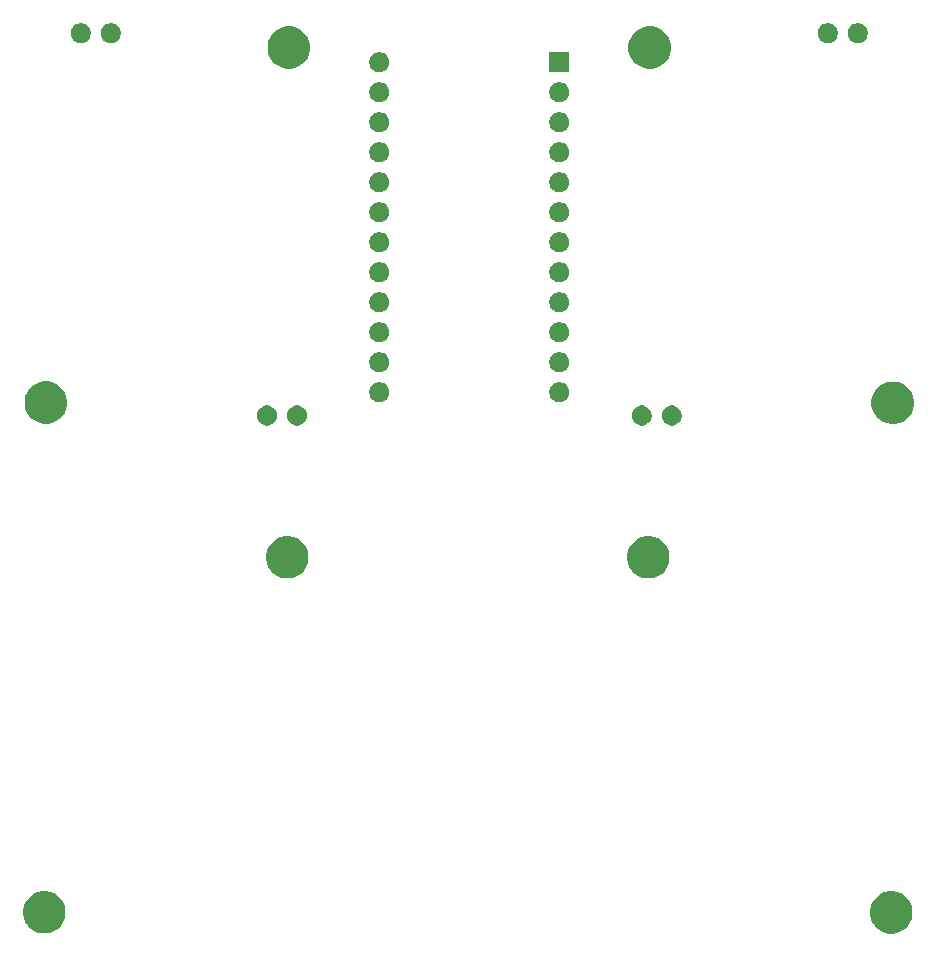
<source format=gbr>
G04 #@! TF.GenerationSoftware,KiCad,Pcbnew,5.0.2+dfsg1-1~bpo9+1*
G04 #@! TF.CreationDate,2019-06-02T18:57:07+01:00*
G04 #@! TF.ProjectId,ds_button_gamepad,64735f62-7574-4746-9f6e-5f67616d6570,rev?*
G04 #@! TF.SameCoordinates,Original*
G04 #@! TF.FileFunction,Soldermask,Bot*
G04 #@! TF.FilePolarity,Negative*
%FSLAX46Y46*%
G04 Gerber Fmt 4.6, Leading zero omitted, Abs format (unit mm)*
G04 Created by KiCad (PCBNEW 5.0.2+dfsg1-1~bpo9+1) date Sun 02 Jun 2019 18:57:07 BST*
%MOMM*%
%LPD*%
G01*
G04 APERTURE LIST*
%ADD10C,0.100000*%
G04 APERTURE END LIST*
D10*
G36*
X128820731Y-127224011D02*
X129148492Y-127359774D01*
X129443473Y-127556874D01*
X129694326Y-127807727D01*
X129891426Y-128102708D01*
X130027189Y-128430469D01*
X130096400Y-128778416D01*
X130096400Y-129133184D01*
X130027189Y-129481131D01*
X129891426Y-129808892D01*
X129694326Y-130103873D01*
X129443473Y-130354726D01*
X129148492Y-130551826D01*
X128820731Y-130687589D01*
X128472784Y-130756800D01*
X128118016Y-130756800D01*
X127770069Y-130687589D01*
X127442308Y-130551826D01*
X127147327Y-130354726D01*
X126896474Y-130103873D01*
X126699374Y-129808892D01*
X126563611Y-129481131D01*
X126494400Y-129133184D01*
X126494400Y-128778416D01*
X126563611Y-128430469D01*
X126699374Y-128102708D01*
X126896474Y-127807727D01*
X127147327Y-127556874D01*
X127442308Y-127359774D01*
X127770069Y-127224011D01*
X128118016Y-127154800D01*
X128472784Y-127154800D01*
X128820731Y-127224011D01*
X128820731Y-127224011D01*
G37*
G36*
X57116531Y-127211311D02*
X57444292Y-127347074D01*
X57739273Y-127544174D01*
X57990126Y-127795027D01*
X58187226Y-128090008D01*
X58322989Y-128417769D01*
X58392200Y-128765716D01*
X58392200Y-129120484D01*
X58322989Y-129468431D01*
X58187226Y-129796192D01*
X57990126Y-130091173D01*
X57739273Y-130342026D01*
X57444292Y-130539126D01*
X57116531Y-130674889D01*
X56768584Y-130744100D01*
X56413816Y-130744100D01*
X56065869Y-130674889D01*
X55738108Y-130539126D01*
X55443127Y-130342026D01*
X55192274Y-130091173D01*
X54995174Y-129796192D01*
X54859411Y-129468431D01*
X54790200Y-129120484D01*
X54790200Y-128765716D01*
X54859411Y-128417769D01*
X54995174Y-128090008D01*
X55192274Y-127795027D01*
X55443127Y-127544174D01*
X55738108Y-127347074D01*
X56065869Y-127211311D01*
X56413816Y-127142100D01*
X56768584Y-127142100D01*
X57116531Y-127211311D01*
X57116531Y-127211311D01*
G37*
G36*
X77690531Y-97150411D02*
X78018292Y-97286174D01*
X78313273Y-97483274D01*
X78564126Y-97734127D01*
X78761226Y-98029108D01*
X78896989Y-98356869D01*
X78966200Y-98704816D01*
X78966200Y-99059584D01*
X78896989Y-99407531D01*
X78761226Y-99735292D01*
X78564126Y-100030273D01*
X78313273Y-100281126D01*
X78018292Y-100478226D01*
X77690531Y-100613989D01*
X77342584Y-100683200D01*
X76987816Y-100683200D01*
X76639869Y-100613989D01*
X76312108Y-100478226D01*
X76017127Y-100281126D01*
X75766274Y-100030273D01*
X75569174Y-99735292D01*
X75433411Y-99407531D01*
X75364200Y-99059584D01*
X75364200Y-98704816D01*
X75433411Y-98356869D01*
X75569174Y-98029108D01*
X75766274Y-97734127D01*
X76017127Y-97483274D01*
X76312108Y-97286174D01*
X76639869Y-97150411D01*
X76987816Y-97081200D01*
X77342584Y-97081200D01*
X77690531Y-97150411D01*
X77690531Y-97150411D01*
G37*
G36*
X108246731Y-97150411D02*
X108574492Y-97286174D01*
X108869473Y-97483274D01*
X109120326Y-97734127D01*
X109317426Y-98029108D01*
X109453189Y-98356869D01*
X109522400Y-98704816D01*
X109522400Y-99059584D01*
X109453189Y-99407531D01*
X109317426Y-99735292D01*
X109120326Y-100030273D01*
X108869473Y-100281126D01*
X108574492Y-100478226D01*
X108246731Y-100613989D01*
X107898784Y-100683200D01*
X107544016Y-100683200D01*
X107196069Y-100613989D01*
X106868308Y-100478226D01*
X106573327Y-100281126D01*
X106322474Y-100030273D01*
X106125374Y-99735292D01*
X105989611Y-99407531D01*
X105920400Y-99059584D01*
X105920400Y-98704816D01*
X105989611Y-98356869D01*
X106125374Y-98029108D01*
X106322474Y-97734127D01*
X106573327Y-97483274D01*
X106868308Y-97286174D01*
X107196069Y-97150411D01*
X107544016Y-97081200D01*
X107898784Y-97081200D01*
X108246731Y-97150411D01*
X108246731Y-97150411D01*
G37*
G36*
X107423528Y-86075103D02*
X107578400Y-86139253D01*
X107717781Y-86232385D01*
X107836315Y-86350919D01*
X107929447Y-86490300D01*
X107993597Y-86645172D01*
X108026300Y-86809584D01*
X108026300Y-86977216D01*
X107993597Y-87141628D01*
X107929447Y-87296500D01*
X107836315Y-87435881D01*
X107717781Y-87554415D01*
X107578400Y-87647547D01*
X107423528Y-87711697D01*
X107259116Y-87744400D01*
X107091484Y-87744400D01*
X106927072Y-87711697D01*
X106772200Y-87647547D01*
X106632819Y-87554415D01*
X106514285Y-87435881D01*
X106421153Y-87296500D01*
X106357003Y-87141628D01*
X106324300Y-86977216D01*
X106324300Y-86809584D01*
X106357003Y-86645172D01*
X106421153Y-86490300D01*
X106514285Y-86350919D01*
X106632819Y-86232385D01*
X106772200Y-86139253D01*
X106927072Y-86075103D01*
X107091484Y-86042400D01*
X107259116Y-86042400D01*
X107423528Y-86075103D01*
X107423528Y-86075103D01*
G37*
G36*
X109963528Y-86075103D02*
X110118400Y-86139253D01*
X110257781Y-86232385D01*
X110376315Y-86350919D01*
X110469447Y-86490300D01*
X110533597Y-86645172D01*
X110566300Y-86809584D01*
X110566300Y-86977216D01*
X110533597Y-87141628D01*
X110469447Y-87296500D01*
X110376315Y-87435881D01*
X110257781Y-87554415D01*
X110118400Y-87647547D01*
X109963528Y-87711697D01*
X109799116Y-87744400D01*
X109631484Y-87744400D01*
X109467072Y-87711697D01*
X109312200Y-87647547D01*
X109172819Y-87554415D01*
X109054285Y-87435881D01*
X108961153Y-87296500D01*
X108897003Y-87141628D01*
X108864300Y-86977216D01*
X108864300Y-86809584D01*
X108897003Y-86645172D01*
X108961153Y-86490300D01*
X109054285Y-86350919D01*
X109172819Y-86232385D01*
X109312200Y-86139253D01*
X109467072Y-86075103D01*
X109631484Y-86042400D01*
X109799116Y-86042400D01*
X109963528Y-86075103D01*
X109963528Y-86075103D01*
G37*
G36*
X78251628Y-86075103D02*
X78406500Y-86139253D01*
X78545881Y-86232385D01*
X78664415Y-86350919D01*
X78757547Y-86490300D01*
X78821697Y-86645172D01*
X78854400Y-86809584D01*
X78854400Y-86977216D01*
X78821697Y-87141628D01*
X78757547Y-87296500D01*
X78664415Y-87435881D01*
X78545881Y-87554415D01*
X78406500Y-87647547D01*
X78251628Y-87711697D01*
X78087216Y-87744400D01*
X77919584Y-87744400D01*
X77755172Y-87711697D01*
X77600300Y-87647547D01*
X77460919Y-87554415D01*
X77342385Y-87435881D01*
X77249253Y-87296500D01*
X77185103Y-87141628D01*
X77152400Y-86977216D01*
X77152400Y-86809584D01*
X77185103Y-86645172D01*
X77249253Y-86490300D01*
X77342385Y-86350919D01*
X77460919Y-86232385D01*
X77600300Y-86139253D01*
X77755172Y-86075103D01*
X77919584Y-86042400D01*
X78087216Y-86042400D01*
X78251628Y-86075103D01*
X78251628Y-86075103D01*
G37*
G36*
X75711628Y-86075103D02*
X75866500Y-86139253D01*
X76005881Y-86232385D01*
X76124415Y-86350919D01*
X76217547Y-86490300D01*
X76281697Y-86645172D01*
X76314400Y-86809584D01*
X76314400Y-86977216D01*
X76281697Y-87141628D01*
X76217547Y-87296500D01*
X76124415Y-87435881D01*
X76005881Y-87554415D01*
X75866500Y-87647547D01*
X75711628Y-87711697D01*
X75547216Y-87744400D01*
X75379584Y-87744400D01*
X75215172Y-87711697D01*
X75060300Y-87647547D01*
X74920919Y-87554415D01*
X74802385Y-87435881D01*
X74709253Y-87296500D01*
X74645103Y-87141628D01*
X74612400Y-86977216D01*
X74612400Y-86809584D01*
X74645103Y-86645172D01*
X74709253Y-86490300D01*
X74802385Y-86350919D01*
X74920919Y-86232385D01*
X75060300Y-86139253D01*
X75215172Y-86075103D01*
X75379584Y-86042400D01*
X75547216Y-86042400D01*
X75711628Y-86075103D01*
X75711628Y-86075103D01*
G37*
G36*
X128960431Y-84082111D02*
X129288192Y-84217874D01*
X129583173Y-84414974D01*
X129834026Y-84665827D01*
X130031126Y-84960808D01*
X130166889Y-85288569D01*
X130236100Y-85636516D01*
X130236100Y-85991284D01*
X130166889Y-86339231D01*
X130031126Y-86666992D01*
X129834026Y-86961973D01*
X129583173Y-87212826D01*
X129288192Y-87409926D01*
X128960431Y-87545689D01*
X128612484Y-87614900D01*
X128257716Y-87614900D01*
X127909769Y-87545689D01*
X127582008Y-87409926D01*
X127287027Y-87212826D01*
X127036174Y-86961973D01*
X126839074Y-86666992D01*
X126703311Y-86339231D01*
X126634100Y-85991284D01*
X126634100Y-85636516D01*
X126703311Y-85288569D01*
X126839074Y-84960808D01*
X127036174Y-84665827D01*
X127287027Y-84414974D01*
X127582008Y-84217874D01*
X127909769Y-84082111D01*
X128257716Y-84012900D01*
X128612484Y-84012900D01*
X128960431Y-84082111D01*
X128960431Y-84082111D01*
G37*
G36*
X57256231Y-84069411D02*
X57583992Y-84205174D01*
X57878973Y-84402274D01*
X58129826Y-84653127D01*
X58326926Y-84948108D01*
X58462689Y-85275869D01*
X58531900Y-85623816D01*
X58531900Y-85978584D01*
X58462689Y-86326531D01*
X58326926Y-86654292D01*
X58129826Y-86949273D01*
X57878973Y-87200126D01*
X57583992Y-87397226D01*
X57256231Y-87532989D01*
X56908284Y-87602200D01*
X56553516Y-87602200D01*
X56205569Y-87532989D01*
X55877808Y-87397226D01*
X55582827Y-87200126D01*
X55331974Y-86949273D01*
X55134874Y-86654292D01*
X54999111Y-86326531D01*
X54929900Y-85978584D01*
X54929900Y-85623816D01*
X54999111Y-85275869D01*
X55134874Y-84948108D01*
X55331974Y-84653127D01*
X55582827Y-84402274D01*
X55877808Y-84205174D01*
X56205569Y-84069411D01*
X56553516Y-84000200D01*
X56908284Y-84000200D01*
X57256231Y-84069411D01*
X57256231Y-84069411D01*
G37*
G36*
X100451228Y-84106603D02*
X100606100Y-84170753D01*
X100745481Y-84263885D01*
X100864015Y-84382419D01*
X100957147Y-84521800D01*
X101021297Y-84676672D01*
X101054000Y-84841084D01*
X101054000Y-85008716D01*
X101021297Y-85173128D01*
X100957147Y-85328000D01*
X100864015Y-85467381D01*
X100745481Y-85585915D01*
X100606100Y-85679047D01*
X100451228Y-85743197D01*
X100286816Y-85775900D01*
X100119184Y-85775900D01*
X99954772Y-85743197D01*
X99799900Y-85679047D01*
X99660519Y-85585915D01*
X99541985Y-85467381D01*
X99448853Y-85328000D01*
X99384703Y-85173128D01*
X99352000Y-85008716D01*
X99352000Y-84841084D01*
X99384703Y-84676672D01*
X99448853Y-84521800D01*
X99541985Y-84382419D01*
X99660519Y-84263885D01*
X99799900Y-84170753D01*
X99954772Y-84106603D01*
X100119184Y-84073900D01*
X100286816Y-84073900D01*
X100451228Y-84106603D01*
X100451228Y-84106603D01*
G37*
G36*
X85211228Y-84106603D02*
X85366100Y-84170753D01*
X85505481Y-84263885D01*
X85624015Y-84382419D01*
X85717147Y-84521800D01*
X85781297Y-84676672D01*
X85814000Y-84841084D01*
X85814000Y-85008716D01*
X85781297Y-85173128D01*
X85717147Y-85328000D01*
X85624015Y-85467381D01*
X85505481Y-85585915D01*
X85366100Y-85679047D01*
X85211228Y-85743197D01*
X85046816Y-85775900D01*
X84879184Y-85775900D01*
X84714772Y-85743197D01*
X84559900Y-85679047D01*
X84420519Y-85585915D01*
X84301985Y-85467381D01*
X84208853Y-85328000D01*
X84144703Y-85173128D01*
X84112000Y-85008716D01*
X84112000Y-84841084D01*
X84144703Y-84676672D01*
X84208853Y-84521800D01*
X84301985Y-84382419D01*
X84420519Y-84263885D01*
X84559900Y-84170753D01*
X84714772Y-84106603D01*
X84879184Y-84073900D01*
X85046816Y-84073900D01*
X85211228Y-84106603D01*
X85211228Y-84106603D01*
G37*
G36*
X85211228Y-81566603D02*
X85366100Y-81630753D01*
X85505481Y-81723885D01*
X85624015Y-81842419D01*
X85717147Y-81981800D01*
X85781297Y-82136672D01*
X85814000Y-82301084D01*
X85814000Y-82468716D01*
X85781297Y-82633128D01*
X85717147Y-82788000D01*
X85624015Y-82927381D01*
X85505481Y-83045915D01*
X85366100Y-83139047D01*
X85211228Y-83203197D01*
X85046816Y-83235900D01*
X84879184Y-83235900D01*
X84714772Y-83203197D01*
X84559900Y-83139047D01*
X84420519Y-83045915D01*
X84301985Y-82927381D01*
X84208853Y-82788000D01*
X84144703Y-82633128D01*
X84112000Y-82468716D01*
X84112000Y-82301084D01*
X84144703Y-82136672D01*
X84208853Y-81981800D01*
X84301985Y-81842419D01*
X84420519Y-81723885D01*
X84559900Y-81630753D01*
X84714772Y-81566603D01*
X84879184Y-81533900D01*
X85046816Y-81533900D01*
X85211228Y-81566603D01*
X85211228Y-81566603D01*
G37*
G36*
X100451228Y-81566603D02*
X100606100Y-81630753D01*
X100745481Y-81723885D01*
X100864015Y-81842419D01*
X100957147Y-81981800D01*
X101021297Y-82136672D01*
X101054000Y-82301084D01*
X101054000Y-82468716D01*
X101021297Y-82633128D01*
X100957147Y-82788000D01*
X100864015Y-82927381D01*
X100745481Y-83045915D01*
X100606100Y-83139047D01*
X100451228Y-83203197D01*
X100286816Y-83235900D01*
X100119184Y-83235900D01*
X99954772Y-83203197D01*
X99799900Y-83139047D01*
X99660519Y-83045915D01*
X99541985Y-82927381D01*
X99448853Y-82788000D01*
X99384703Y-82633128D01*
X99352000Y-82468716D01*
X99352000Y-82301084D01*
X99384703Y-82136672D01*
X99448853Y-81981800D01*
X99541985Y-81842419D01*
X99660519Y-81723885D01*
X99799900Y-81630753D01*
X99954772Y-81566603D01*
X100119184Y-81533900D01*
X100286816Y-81533900D01*
X100451228Y-81566603D01*
X100451228Y-81566603D01*
G37*
G36*
X100451228Y-79026603D02*
X100606100Y-79090753D01*
X100745481Y-79183885D01*
X100864015Y-79302419D01*
X100957147Y-79441800D01*
X101021297Y-79596672D01*
X101054000Y-79761084D01*
X101054000Y-79928716D01*
X101021297Y-80093128D01*
X100957147Y-80248000D01*
X100864015Y-80387381D01*
X100745481Y-80505915D01*
X100606100Y-80599047D01*
X100451228Y-80663197D01*
X100286816Y-80695900D01*
X100119184Y-80695900D01*
X99954772Y-80663197D01*
X99799900Y-80599047D01*
X99660519Y-80505915D01*
X99541985Y-80387381D01*
X99448853Y-80248000D01*
X99384703Y-80093128D01*
X99352000Y-79928716D01*
X99352000Y-79761084D01*
X99384703Y-79596672D01*
X99448853Y-79441800D01*
X99541985Y-79302419D01*
X99660519Y-79183885D01*
X99799900Y-79090753D01*
X99954772Y-79026603D01*
X100119184Y-78993900D01*
X100286816Y-78993900D01*
X100451228Y-79026603D01*
X100451228Y-79026603D01*
G37*
G36*
X85211228Y-79026603D02*
X85366100Y-79090753D01*
X85505481Y-79183885D01*
X85624015Y-79302419D01*
X85717147Y-79441800D01*
X85781297Y-79596672D01*
X85814000Y-79761084D01*
X85814000Y-79928716D01*
X85781297Y-80093128D01*
X85717147Y-80248000D01*
X85624015Y-80387381D01*
X85505481Y-80505915D01*
X85366100Y-80599047D01*
X85211228Y-80663197D01*
X85046816Y-80695900D01*
X84879184Y-80695900D01*
X84714772Y-80663197D01*
X84559900Y-80599047D01*
X84420519Y-80505915D01*
X84301985Y-80387381D01*
X84208853Y-80248000D01*
X84144703Y-80093128D01*
X84112000Y-79928716D01*
X84112000Y-79761084D01*
X84144703Y-79596672D01*
X84208853Y-79441800D01*
X84301985Y-79302419D01*
X84420519Y-79183885D01*
X84559900Y-79090753D01*
X84714772Y-79026603D01*
X84879184Y-78993900D01*
X85046816Y-78993900D01*
X85211228Y-79026603D01*
X85211228Y-79026603D01*
G37*
G36*
X100451228Y-76486603D02*
X100606100Y-76550753D01*
X100745481Y-76643885D01*
X100864015Y-76762419D01*
X100957147Y-76901800D01*
X101021297Y-77056672D01*
X101054000Y-77221084D01*
X101054000Y-77388716D01*
X101021297Y-77553128D01*
X100957147Y-77708000D01*
X100864015Y-77847381D01*
X100745481Y-77965915D01*
X100606100Y-78059047D01*
X100451228Y-78123197D01*
X100286816Y-78155900D01*
X100119184Y-78155900D01*
X99954772Y-78123197D01*
X99799900Y-78059047D01*
X99660519Y-77965915D01*
X99541985Y-77847381D01*
X99448853Y-77708000D01*
X99384703Y-77553128D01*
X99352000Y-77388716D01*
X99352000Y-77221084D01*
X99384703Y-77056672D01*
X99448853Y-76901800D01*
X99541985Y-76762419D01*
X99660519Y-76643885D01*
X99799900Y-76550753D01*
X99954772Y-76486603D01*
X100119184Y-76453900D01*
X100286816Y-76453900D01*
X100451228Y-76486603D01*
X100451228Y-76486603D01*
G37*
G36*
X85211228Y-76486603D02*
X85366100Y-76550753D01*
X85505481Y-76643885D01*
X85624015Y-76762419D01*
X85717147Y-76901800D01*
X85781297Y-77056672D01*
X85814000Y-77221084D01*
X85814000Y-77388716D01*
X85781297Y-77553128D01*
X85717147Y-77708000D01*
X85624015Y-77847381D01*
X85505481Y-77965915D01*
X85366100Y-78059047D01*
X85211228Y-78123197D01*
X85046816Y-78155900D01*
X84879184Y-78155900D01*
X84714772Y-78123197D01*
X84559900Y-78059047D01*
X84420519Y-77965915D01*
X84301985Y-77847381D01*
X84208853Y-77708000D01*
X84144703Y-77553128D01*
X84112000Y-77388716D01*
X84112000Y-77221084D01*
X84144703Y-77056672D01*
X84208853Y-76901800D01*
X84301985Y-76762419D01*
X84420519Y-76643885D01*
X84559900Y-76550753D01*
X84714772Y-76486603D01*
X84879184Y-76453900D01*
X85046816Y-76453900D01*
X85211228Y-76486603D01*
X85211228Y-76486603D01*
G37*
G36*
X85211228Y-73946603D02*
X85366100Y-74010753D01*
X85505481Y-74103885D01*
X85624015Y-74222419D01*
X85717147Y-74361800D01*
X85781297Y-74516672D01*
X85814000Y-74681084D01*
X85814000Y-74848716D01*
X85781297Y-75013128D01*
X85717147Y-75168000D01*
X85624015Y-75307381D01*
X85505481Y-75425915D01*
X85366100Y-75519047D01*
X85211228Y-75583197D01*
X85046816Y-75615900D01*
X84879184Y-75615900D01*
X84714772Y-75583197D01*
X84559900Y-75519047D01*
X84420519Y-75425915D01*
X84301985Y-75307381D01*
X84208853Y-75168000D01*
X84144703Y-75013128D01*
X84112000Y-74848716D01*
X84112000Y-74681084D01*
X84144703Y-74516672D01*
X84208853Y-74361800D01*
X84301985Y-74222419D01*
X84420519Y-74103885D01*
X84559900Y-74010753D01*
X84714772Y-73946603D01*
X84879184Y-73913900D01*
X85046816Y-73913900D01*
X85211228Y-73946603D01*
X85211228Y-73946603D01*
G37*
G36*
X100451228Y-73946603D02*
X100606100Y-74010753D01*
X100745481Y-74103885D01*
X100864015Y-74222419D01*
X100957147Y-74361800D01*
X101021297Y-74516672D01*
X101054000Y-74681084D01*
X101054000Y-74848716D01*
X101021297Y-75013128D01*
X100957147Y-75168000D01*
X100864015Y-75307381D01*
X100745481Y-75425915D01*
X100606100Y-75519047D01*
X100451228Y-75583197D01*
X100286816Y-75615900D01*
X100119184Y-75615900D01*
X99954772Y-75583197D01*
X99799900Y-75519047D01*
X99660519Y-75425915D01*
X99541985Y-75307381D01*
X99448853Y-75168000D01*
X99384703Y-75013128D01*
X99352000Y-74848716D01*
X99352000Y-74681084D01*
X99384703Y-74516672D01*
X99448853Y-74361800D01*
X99541985Y-74222419D01*
X99660519Y-74103885D01*
X99799900Y-74010753D01*
X99954772Y-73946603D01*
X100119184Y-73913900D01*
X100286816Y-73913900D01*
X100451228Y-73946603D01*
X100451228Y-73946603D01*
G37*
G36*
X85211228Y-71406603D02*
X85366100Y-71470753D01*
X85505481Y-71563885D01*
X85624015Y-71682419D01*
X85717147Y-71821800D01*
X85781297Y-71976672D01*
X85814000Y-72141084D01*
X85814000Y-72308716D01*
X85781297Y-72473128D01*
X85717147Y-72628000D01*
X85624015Y-72767381D01*
X85505481Y-72885915D01*
X85366100Y-72979047D01*
X85211228Y-73043197D01*
X85046816Y-73075900D01*
X84879184Y-73075900D01*
X84714772Y-73043197D01*
X84559900Y-72979047D01*
X84420519Y-72885915D01*
X84301985Y-72767381D01*
X84208853Y-72628000D01*
X84144703Y-72473128D01*
X84112000Y-72308716D01*
X84112000Y-72141084D01*
X84144703Y-71976672D01*
X84208853Y-71821800D01*
X84301985Y-71682419D01*
X84420519Y-71563885D01*
X84559900Y-71470753D01*
X84714772Y-71406603D01*
X84879184Y-71373900D01*
X85046816Y-71373900D01*
X85211228Y-71406603D01*
X85211228Y-71406603D01*
G37*
G36*
X100451228Y-71406603D02*
X100606100Y-71470753D01*
X100745481Y-71563885D01*
X100864015Y-71682419D01*
X100957147Y-71821800D01*
X101021297Y-71976672D01*
X101054000Y-72141084D01*
X101054000Y-72308716D01*
X101021297Y-72473128D01*
X100957147Y-72628000D01*
X100864015Y-72767381D01*
X100745481Y-72885915D01*
X100606100Y-72979047D01*
X100451228Y-73043197D01*
X100286816Y-73075900D01*
X100119184Y-73075900D01*
X99954772Y-73043197D01*
X99799900Y-72979047D01*
X99660519Y-72885915D01*
X99541985Y-72767381D01*
X99448853Y-72628000D01*
X99384703Y-72473128D01*
X99352000Y-72308716D01*
X99352000Y-72141084D01*
X99384703Y-71976672D01*
X99448853Y-71821800D01*
X99541985Y-71682419D01*
X99660519Y-71563885D01*
X99799900Y-71470753D01*
X99954772Y-71406603D01*
X100119184Y-71373900D01*
X100286816Y-71373900D01*
X100451228Y-71406603D01*
X100451228Y-71406603D01*
G37*
G36*
X85211228Y-68866603D02*
X85366100Y-68930753D01*
X85505481Y-69023885D01*
X85624015Y-69142419D01*
X85717147Y-69281800D01*
X85781297Y-69436672D01*
X85814000Y-69601084D01*
X85814000Y-69768716D01*
X85781297Y-69933128D01*
X85717147Y-70088000D01*
X85624015Y-70227381D01*
X85505481Y-70345915D01*
X85366100Y-70439047D01*
X85211228Y-70503197D01*
X85046816Y-70535900D01*
X84879184Y-70535900D01*
X84714772Y-70503197D01*
X84559900Y-70439047D01*
X84420519Y-70345915D01*
X84301985Y-70227381D01*
X84208853Y-70088000D01*
X84144703Y-69933128D01*
X84112000Y-69768716D01*
X84112000Y-69601084D01*
X84144703Y-69436672D01*
X84208853Y-69281800D01*
X84301985Y-69142419D01*
X84420519Y-69023885D01*
X84559900Y-68930753D01*
X84714772Y-68866603D01*
X84879184Y-68833900D01*
X85046816Y-68833900D01*
X85211228Y-68866603D01*
X85211228Y-68866603D01*
G37*
G36*
X100451228Y-68866603D02*
X100606100Y-68930753D01*
X100745481Y-69023885D01*
X100864015Y-69142419D01*
X100957147Y-69281800D01*
X101021297Y-69436672D01*
X101054000Y-69601084D01*
X101054000Y-69768716D01*
X101021297Y-69933128D01*
X100957147Y-70088000D01*
X100864015Y-70227381D01*
X100745481Y-70345915D01*
X100606100Y-70439047D01*
X100451228Y-70503197D01*
X100286816Y-70535900D01*
X100119184Y-70535900D01*
X99954772Y-70503197D01*
X99799900Y-70439047D01*
X99660519Y-70345915D01*
X99541985Y-70227381D01*
X99448853Y-70088000D01*
X99384703Y-69933128D01*
X99352000Y-69768716D01*
X99352000Y-69601084D01*
X99384703Y-69436672D01*
X99448853Y-69281800D01*
X99541985Y-69142419D01*
X99660519Y-69023885D01*
X99799900Y-68930753D01*
X99954772Y-68866603D01*
X100119184Y-68833900D01*
X100286816Y-68833900D01*
X100451228Y-68866603D01*
X100451228Y-68866603D01*
G37*
G36*
X85211228Y-66326603D02*
X85366100Y-66390753D01*
X85505481Y-66483885D01*
X85624015Y-66602419D01*
X85717147Y-66741800D01*
X85781297Y-66896672D01*
X85814000Y-67061084D01*
X85814000Y-67228716D01*
X85781297Y-67393128D01*
X85717147Y-67548000D01*
X85624015Y-67687381D01*
X85505481Y-67805915D01*
X85366100Y-67899047D01*
X85211228Y-67963197D01*
X85046816Y-67995900D01*
X84879184Y-67995900D01*
X84714772Y-67963197D01*
X84559900Y-67899047D01*
X84420519Y-67805915D01*
X84301985Y-67687381D01*
X84208853Y-67548000D01*
X84144703Y-67393128D01*
X84112000Y-67228716D01*
X84112000Y-67061084D01*
X84144703Y-66896672D01*
X84208853Y-66741800D01*
X84301985Y-66602419D01*
X84420519Y-66483885D01*
X84559900Y-66390753D01*
X84714772Y-66326603D01*
X84879184Y-66293900D01*
X85046816Y-66293900D01*
X85211228Y-66326603D01*
X85211228Y-66326603D01*
G37*
G36*
X100451228Y-66326603D02*
X100606100Y-66390753D01*
X100745481Y-66483885D01*
X100864015Y-66602419D01*
X100957147Y-66741800D01*
X101021297Y-66896672D01*
X101054000Y-67061084D01*
X101054000Y-67228716D01*
X101021297Y-67393128D01*
X100957147Y-67548000D01*
X100864015Y-67687381D01*
X100745481Y-67805915D01*
X100606100Y-67899047D01*
X100451228Y-67963197D01*
X100286816Y-67995900D01*
X100119184Y-67995900D01*
X99954772Y-67963197D01*
X99799900Y-67899047D01*
X99660519Y-67805915D01*
X99541985Y-67687381D01*
X99448853Y-67548000D01*
X99384703Y-67393128D01*
X99352000Y-67228716D01*
X99352000Y-67061084D01*
X99384703Y-66896672D01*
X99448853Y-66741800D01*
X99541985Y-66602419D01*
X99660519Y-66483885D01*
X99799900Y-66390753D01*
X99954772Y-66326603D01*
X100119184Y-66293900D01*
X100286816Y-66293900D01*
X100451228Y-66326603D01*
X100451228Y-66326603D01*
G37*
G36*
X100451228Y-63786603D02*
X100606100Y-63850753D01*
X100745481Y-63943885D01*
X100864015Y-64062419D01*
X100957147Y-64201800D01*
X101021297Y-64356672D01*
X101054000Y-64521084D01*
X101054000Y-64688716D01*
X101021297Y-64853128D01*
X100957147Y-65008000D01*
X100864015Y-65147381D01*
X100745481Y-65265915D01*
X100606100Y-65359047D01*
X100451228Y-65423197D01*
X100286816Y-65455900D01*
X100119184Y-65455900D01*
X99954772Y-65423197D01*
X99799900Y-65359047D01*
X99660519Y-65265915D01*
X99541985Y-65147381D01*
X99448853Y-65008000D01*
X99384703Y-64853128D01*
X99352000Y-64688716D01*
X99352000Y-64521084D01*
X99384703Y-64356672D01*
X99448853Y-64201800D01*
X99541985Y-64062419D01*
X99660519Y-63943885D01*
X99799900Y-63850753D01*
X99954772Y-63786603D01*
X100119184Y-63753900D01*
X100286816Y-63753900D01*
X100451228Y-63786603D01*
X100451228Y-63786603D01*
G37*
G36*
X85211228Y-63786603D02*
X85366100Y-63850753D01*
X85505481Y-63943885D01*
X85624015Y-64062419D01*
X85717147Y-64201800D01*
X85781297Y-64356672D01*
X85814000Y-64521084D01*
X85814000Y-64688716D01*
X85781297Y-64853128D01*
X85717147Y-65008000D01*
X85624015Y-65147381D01*
X85505481Y-65265915D01*
X85366100Y-65359047D01*
X85211228Y-65423197D01*
X85046816Y-65455900D01*
X84879184Y-65455900D01*
X84714772Y-65423197D01*
X84559900Y-65359047D01*
X84420519Y-65265915D01*
X84301985Y-65147381D01*
X84208853Y-65008000D01*
X84144703Y-64853128D01*
X84112000Y-64688716D01*
X84112000Y-64521084D01*
X84144703Y-64356672D01*
X84208853Y-64201800D01*
X84301985Y-64062419D01*
X84420519Y-63943885D01*
X84559900Y-63850753D01*
X84714772Y-63786603D01*
X84879184Y-63753900D01*
X85046816Y-63753900D01*
X85211228Y-63786603D01*
X85211228Y-63786603D01*
G37*
G36*
X100451228Y-61246603D02*
X100606100Y-61310753D01*
X100745481Y-61403885D01*
X100864015Y-61522419D01*
X100957147Y-61661800D01*
X101021297Y-61816672D01*
X101054000Y-61981084D01*
X101054000Y-62148716D01*
X101021297Y-62313128D01*
X100957147Y-62468000D01*
X100864015Y-62607381D01*
X100745481Y-62725915D01*
X100606100Y-62819047D01*
X100451228Y-62883197D01*
X100286816Y-62915900D01*
X100119184Y-62915900D01*
X99954772Y-62883197D01*
X99799900Y-62819047D01*
X99660519Y-62725915D01*
X99541985Y-62607381D01*
X99448853Y-62468000D01*
X99384703Y-62313128D01*
X99352000Y-62148716D01*
X99352000Y-61981084D01*
X99384703Y-61816672D01*
X99448853Y-61661800D01*
X99541985Y-61522419D01*
X99660519Y-61403885D01*
X99799900Y-61310753D01*
X99954772Y-61246603D01*
X100119184Y-61213900D01*
X100286816Y-61213900D01*
X100451228Y-61246603D01*
X100451228Y-61246603D01*
G37*
G36*
X85211228Y-61246603D02*
X85366100Y-61310753D01*
X85505481Y-61403885D01*
X85624015Y-61522419D01*
X85717147Y-61661800D01*
X85781297Y-61816672D01*
X85814000Y-61981084D01*
X85814000Y-62148716D01*
X85781297Y-62313128D01*
X85717147Y-62468000D01*
X85624015Y-62607381D01*
X85505481Y-62725915D01*
X85366100Y-62819047D01*
X85211228Y-62883197D01*
X85046816Y-62915900D01*
X84879184Y-62915900D01*
X84714772Y-62883197D01*
X84559900Y-62819047D01*
X84420519Y-62725915D01*
X84301985Y-62607381D01*
X84208853Y-62468000D01*
X84144703Y-62313128D01*
X84112000Y-62148716D01*
X84112000Y-61981084D01*
X84144703Y-61816672D01*
X84208853Y-61661800D01*
X84301985Y-61522419D01*
X84420519Y-61403885D01*
X84559900Y-61310753D01*
X84714772Y-61246603D01*
X84879184Y-61213900D01*
X85046816Y-61213900D01*
X85211228Y-61246603D01*
X85211228Y-61246603D01*
G37*
G36*
X85211228Y-58706603D02*
X85366100Y-58770753D01*
X85505481Y-58863885D01*
X85624015Y-58982419D01*
X85717147Y-59121800D01*
X85781297Y-59276672D01*
X85814000Y-59441084D01*
X85814000Y-59608716D01*
X85781297Y-59773128D01*
X85717147Y-59928000D01*
X85624015Y-60067381D01*
X85505481Y-60185915D01*
X85366100Y-60279047D01*
X85211228Y-60343197D01*
X85046816Y-60375900D01*
X84879184Y-60375900D01*
X84714772Y-60343197D01*
X84559900Y-60279047D01*
X84420519Y-60185915D01*
X84301985Y-60067381D01*
X84208853Y-59928000D01*
X84144703Y-59773128D01*
X84112000Y-59608716D01*
X84112000Y-59441084D01*
X84144703Y-59276672D01*
X84208853Y-59121800D01*
X84301985Y-58982419D01*
X84420519Y-58863885D01*
X84559900Y-58770753D01*
X84714772Y-58706603D01*
X84879184Y-58673900D01*
X85046816Y-58673900D01*
X85211228Y-58706603D01*
X85211228Y-58706603D01*
G37*
G36*
X100451228Y-58706603D02*
X100606100Y-58770753D01*
X100745481Y-58863885D01*
X100864015Y-58982419D01*
X100957147Y-59121800D01*
X101021297Y-59276672D01*
X101054000Y-59441084D01*
X101054000Y-59608716D01*
X101021297Y-59773128D01*
X100957147Y-59928000D01*
X100864015Y-60067381D01*
X100745481Y-60185915D01*
X100606100Y-60279047D01*
X100451228Y-60343197D01*
X100286816Y-60375900D01*
X100119184Y-60375900D01*
X99954772Y-60343197D01*
X99799900Y-60279047D01*
X99660519Y-60185915D01*
X99541985Y-60067381D01*
X99448853Y-59928000D01*
X99384703Y-59773128D01*
X99352000Y-59608716D01*
X99352000Y-59441084D01*
X99384703Y-59276672D01*
X99448853Y-59121800D01*
X99541985Y-58982419D01*
X99660519Y-58863885D01*
X99799900Y-58770753D01*
X99954772Y-58706603D01*
X100119184Y-58673900D01*
X100286816Y-58673900D01*
X100451228Y-58706603D01*
X100451228Y-58706603D01*
G37*
G36*
X101054000Y-57835900D02*
X99352000Y-57835900D01*
X99352000Y-56133900D01*
X101054000Y-56133900D01*
X101054000Y-57835900D01*
X101054000Y-57835900D01*
G37*
G36*
X85211228Y-56166603D02*
X85366100Y-56230753D01*
X85505481Y-56323885D01*
X85624015Y-56442419D01*
X85717147Y-56581800D01*
X85781297Y-56736672D01*
X85814000Y-56901084D01*
X85814000Y-57068716D01*
X85781297Y-57233128D01*
X85717147Y-57388000D01*
X85624015Y-57527381D01*
X85505481Y-57645915D01*
X85366100Y-57739047D01*
X85211228Y-57803197D01*
X85046816Y-57835900D01*
X84879184Y-57835900D01*
X84714772Y-57803197D01*
X84559900Y-57739047D01*
X84420519Y-57645915D01*
X84301985Y-57527381D01*
X84208853Y-57388000D01*
X84144703Y-57233128D01*
X84112000Y-57068716D01*
X84112000Y-56901084D01*
X84144703Y-56736672D01*
X84208853Y-56581800D01*
X84301985Y-56442419D01*
X84420519Y-56323885D01*
X84559900Y-56230753D01*
X84714772Y-56166603D01*
X84879184Y-56133900D01*
X85046816Y-56133900D01*
X85211228Y-56166603D01*
X85211228Y-56166603D01*
G37*
G36*
X77830231Y-54008511D02*
X78157992Y-54144274D01*
X78452973Y-54341374D01*
X78703826Y-54592227D01*
X78900926Y-54887208D01*
X79036689Y-55214969D01*
X79105900Y-55562916D01*
X79105900Y-55917684D01*
X79036689Y-56265631D01*
X78900926Y-56593392D01*
X78703826Y-56888373D01*
X78452973Y-57139226D01*
X78157992Y-57336326D01*
X77830231Y-57472089D01*
X77482284Y-57541300D01*
X77127516Y-57541300D01*
X76779569Y-57472089D01*
X76451808Y-57336326D01*
X76156827Y-57139226D01*
X75905974Y-56888373D01*
X75708874Y-56593392D01*
X75573111Y-56265631D01*
X75503900Y-55917684D01*
X75503900Y-55562916D01*
X75573111Y-55214969D01*
X75708874Y-54887208D01*
X75905974Y-54592227D01*
X76156827Y-54341374D01*
X76451808Y-54144274D01*
X76779569Y-54008511D01*
X77127516Y-53939300D01*
X77482284Y-53939300D01*
X77830231Y-54008511D01*
X77830231Y-54008511D01*
G37*
G36*
X108386431Y-54008511D02*
X108714192Y-54144274D01*
X109009173Y-54341374D01*
X109260026Y-54592227D01*
X109457126Y-54887208D01*
X109592889Y-55214969D01*
X109662100Y-55562916D01*
X109662100Y-55917684D01*
X109592889Y-56265631D01*
X109457126Y-56593392D01*
X109260026Y-56888373D01*
X109009173Y-57139226D01*
X108714192Y-57336326D01*
X108386431Y-57472089D01*
X108038484Y-57541300D01*
X107683716Y-57541300D01*
X107335769Y-57472089D01*
X107008008Y-57336326D01*
X106713027Y-57139226D01*
X106462174Y-56888373D01*
X106265074Y-56593392D01*
X106129311Y-56265631D01*
X106060100Y-55917684D01*
X106060100Y-55562916D01*
X106129311Y-55214969D01*
X106265074Y-54887208D01*
X106462174Y-54592227D01*
X106713027Y-54341374D01*
X107008008Y-54144274D01*
X107335769Y-54008511D01*
X107683716Y-53939300D01*
X108038484Y-53939300D01*
X108386431Y-54008511D01*
X108386431Y-54008511D01*
G37*
G36*
X59938228Y-53702803D02*
X60093100Y-53766953D01*
X60232481Y-53860085D01*
X60351015Y-53978619D01*
X60444147Y-54118000D01*
X60508297Y-54272872D01*
X60541000Y-54437284D01*
X60541000Y-54604916D01*
X60508297Y-54769328D01*
X60444147Y-54924200D01*
X60351015Y-55063581D01*
X60232481Y-55182115D01*
X60093100Y-55275247D01*
X59938228Y-55339397D01*
X59773816Y-55372100D01*
X59606184Y-55372100D01*
X59441772Y-55339397D01*
X59286900Y-55275247D01*
X59147519Y-55182115D01*
X59028985Y-55063581D01*
X58935853Y-54924200D01*
X58871703Y-54769328D01*
X58839000Y-54604916D01*
X58839000Y-54437284D01*
X58871703Y-54272872D01*
X58935853Y-54118000D01*
X59028985Y-53978619D01*
X59147519Y-53860085D01*
X59286900Y-53766953D01*
X59441772Y-53702803D01*
X59606184Y-53670100D01*
X59773816Y-53670100D01*
X59938228Y-53702803D01*
X59938228Y-53702803D01*
G37*
G36*
X62478228Y-53702803D02*
X62633100Y-53766953D01*
X62772481Y-53860085D01*
X62891015Y-53978619D01*
X62984147Y-54118000D01*
X63048297Y-54272872D01*
X63081000Y-54437284D01*
X63081000Y-54604916D01*
X63048297Y-54769328D01*
X62984147Y-54924200D01*
X62891015Y-55063581D01*
X62772481Y-55182115D01*
X62633100Y-55275247D01*
X62478228Y-55339397D01*
X62313816Y-55372100D01*
X62146184Y-55372100D01*
X61981772Y-55339397D01*
X61826900Y-55275247D01*
X61687519Y-55182115D01*
X61568985Y-55063581D01*
X61475853Y-54924200D01*
X61411703Y-54769328D01*
X61379000Y-54604916D01*
X61379000Y-54437284D01*
X61411703Y-54272872D01*
X61475853Y-54118000D01*
X61568985Y-53978619D01*
X61687519Y-53860085D01*
X61826900Y-53766953D01*
X61981772Y-53702803D01*
X62146184Y-53670100D01*
X62313816Y-53670100D01*
X62478228Y-53702803D01*
X62478228Y-53702803D01*
G37*
G36*
X123184228Y-53702803D02*
X123339100Y-53766953D01*
X123478481Y-53860085D01*
X123597015Y-53978619D01*
X123690147Y-54118000D01*
X123754297Y-54272872D01*
X123787000Y-54437284D01*
X123787000Y-54604916D01*
X123754297Y-54769328D01*
X123690147Y-54924200D01*
X123597015Y-55063581D01*
X123478481Y-55182115D01*
X123339100Y-55275247D01*
X123184228Y-55339397D01*
X123019816Y-55372100D01*
X122852184Y-55372100D01*
X122687772Y-55339397D01*
X122532900Y-55275247D01*
X122393519Y-55182115D01*
X122274985Y-55063581D01*
X122181853Y-54924200D01*
X122117703Y-54769328D01*
X122085000Y-54604916D01*
X122085000Y-54437284D01*
X122117703Y-54272872D01*
X122181853Y-54118000D01*
X122274985Y-53978619D01*
X122393519Y-53860085D01*
X122532900Y-53766953D01*
X122687772Y-53702803D01*
X122852184Y-53670100D01*
X123019816Y-53670100D01*
X123184228Y-53702803D01*
X123184228Y-53702803D01*
G37*
G36*
X125724228Y-53702803D02*
X125879100Y-53766953D01*
X126018481Y-53860085D01*
X126137015Y-53978619D01*
X126230147Y-54118000D01*
X126294297Y-54272872D01*
X126327000Y-54437284D01*
X126327000Y-54604916D01*
X126294297Y-54769328D01*
X126230147Y-54924200D01*
X126137015Y-55063581D01*
X126018481Y-55182115D01*
X125879100Y-55275247D01*
X125724228Y-55339397D01*
X125559816Y-55372100D01*
X125392184Y-55372100D01*
X125227772Y-55339397D01*
X125072900Y-55275247D01*
X124933519Y-55182115D01*
X124814985Y-55063581D01*
X124721853Y-54924200D01*
X124657703Y-54769328D01*
X124625000Y-54604916D01*
X124625000Y-54437284D01*
X124657703Y-54272872D01*
X124721853Y-54118000D01*
X124814985Y-53978619D01*
X124933519Y-53860085D01*
X125072900Y-53766953D01*
X125227772Y-53702803D01*
X125392184Y-53670100D01*
X125559816Y-53670100D01*
X125724228Y-53702803D01*
X125724228Y-53702803D01*
G37*
M02*

</source>
